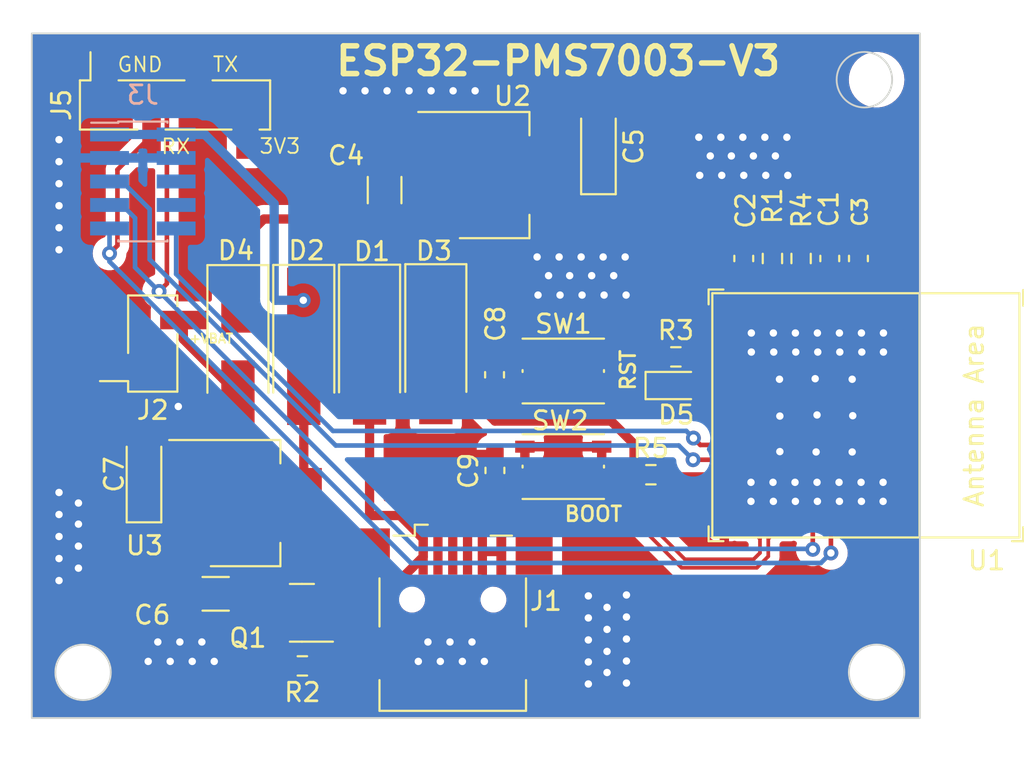
<source format=kicad_pcb>
(kicad_pcb (version 20221018) (generator pcbnew)
  (layers (0 "F.Cu" signal) (31 "B.Cu" signal) (36 "B.SilkS" user "B.Silkscreen") (37 "F.SilkS" user "F.Silkscreen") (38 "B.Mask" user) (39 "F.Mask" user) (44 "Edge.Cuts" user))
  (net 0 "")
  (net 1 "+3V3")
  (net 2 "GND")
  (net 3 "+5V")
  (net 4 "Net-(D5-K)")
  (net 9 "Net-(U1-GPIO2{slash}ADC1_CH2)")
  (net 10 "Net-(U1-GPIO8)")
  (net 29 "PMS_RST")
  (net 30 "PMS_TX")
  (net 31 "PMS_RX")
  (net 32 "PMS_SET")
  (net 33 "/USB_D+")
  (net 34 "/USB_D-")
  (net 35 "VBUS")
  (net 37 "EN_DLY")
  (net 38 "/3v3RI")
  (net 39 "/5vRI")
  (net 40 "/5vRO")
  (net 41 "+BATT")
  (net 42 "TEST_LED")
  (net 43 "BOOTSEL")
  (footprint "Capacitor_SMD:C_0603_1608Metric_Pad1.08x0.95mm_HandSolder" (layer "F.Cu") (at 134.678 72.1625 90)
    (fp_text reference "C3" (at 2.5146 0.0762 270) (layer "F.SilkS") (effects (font (size 0.8 0.8))))
    (fp_text value "0.1u")
    (pad "1" smd roundrect (at -0.8625 0 90) (size 1.075 0.95) (layers "F.Cu" "F.Paste" "F.Mask") (net 1 "+3V3"))
    (pad "2" smd roundrect (at 0.8625 0 90) (size 1.075 0.95) (layers "F.Cu" "F.Paste" "F.Mask") (net 2 "GND"))
  )
  (footprint "Capacitor_SMD:C_1206_3216Metric_Pad1.33x1.80mm_HandSolder" (layer "F.Cu") (at 99.93705 90.2867)
    (fp_text reference "C6" (at -3.429 1.143) (layer "F.SilkS"))
    (fp_text value "10u")
    (pad "1" smd roundrect (at -1.5625 0) (size 1.325 1.8) (layers "F.Cu" "F.Paste" "F.Mask") (roundrect_rratio 0.1886792453) (net 39 "/5vRI"))
    (pad "2" smd roundrect (at 1.5625 0) (size 1.325 1.8) (layers "F.Cu" "F.Paste" "F.Mask") (roundrect_rratio 0.1886792453) (net 2 "GND"))
  )
  (footprint "Connector_USB:USB_Mini-B_Wuerth_65100516121_Horizontal" (layer "F.Cu") (at 112.7506 90.6018)
    (fp_text reference "J1" (at 5.035 0.0806) (layer "F.SilkS"))
    (fp_text value "USB_B_Micro")
    (pad "" np_thru_hole circle (at -2.2 0) (size 0.9 0.9) (drill 0.9) (layers "*.Cu" "*.Mask"))
    (pad "" np_thru_hole circle (at 2.2 0) (size 0.9 0.9) (drill 0.9) (layers "*.Cu" "*.Mask"))
    (pad "1" smd rect (at -1.6 -2.6) (size 0.5 2.5) (layers "F.Cu" "F.Paste" "F.Mask") (net 35 "VBUS"))
    (pad "2" smd rect (at -0.8 -2.6) (size 0.5 2.5) (layers "F.Cu" "F.Paste" "F.Mask") (net 34 "/USB_D-"))
    (pad "3" smd rect (at 0 -2.6) (size 0.5 2.5) (layers "F.Cu" "F.Paste" "F.Mask") (net 33 "/USB_D+"))
    (pad "4" smd rect (at 0.8 -2.6) (size 0.5 2.5) (layers "F.Cu" "F.Paste" "F.Mask"))
    (pad "5" smd rect (at 1.6 -2.6) (size 0.5 2.5) (layers "F.Cu" "F.Paste" "F.Mask") (net 2 "GND"))
    (pad "6" smd rect (at -4.4 -2.6) (size 2 2.5) (layers "F.Cu" "F.Paste" "F.Mask"))
    (pad "6" smd rect (at -4.4 2.9) (size 2 2.5) (layers "F.Cu" "F.Paste" "F.Mask"))
    (pad "6" smd rect (at 4.4 -2.6) (size 2 2.5) (layers "F.Cu" "F.Paste" "F.Mask"))
    (pad "6" smd rect (at 4.4 2.9) (size 2 2.5) (layers "F.Cu" "F.Paste" "F.Mask"))
  )
  (footprint "Capacitor_SMD:C_1206_3216Metric_Pad1.33x1.80mm_HandSolder" (layer "F.Cu") (at 109.0676 68.4661 90)
    (fp_text reference "C4" (at 1.8673 -2.0828 180) (layer "F.SilkS"))
    (fp_text value "10u")
    (pad "1" smd roundrect (at -1.5625 0 90) (size 1.325 1.8) (layers "F.Cu" "F.Paste" "F.Mask") (roundrect_rratio 0.1886792453) (net 38 "/3v3RI"))
    (pad "2" smd roundrect (at 1.5625 0 90) (size 1.325 1.8) (layers "F.Cu" "F.Paste" "F.Mask") (roundrect_rratio 0.1886792453) (net 2 "GND"))
  )
  (footprint "Resistor_SMD:R_0603_1608Metric_Pad0.98x0.95mm_HandSolder" (layer "F.Cu") (at 124.8096 77.48)
    (fp_text reference "R3" (at 0 -1.43) (layer "F.SilkS"))
    (fp_text value "220")
    (pad "1" smd roundrect locked (at -0.9125 0) (size 0.975 0.95) (layers "F.Cu" "F.Paste" "F.Mask") (net 4 "Net-(D5-K)"))
    (pad "2" smd roundrect locked (at 0.9125 0) (size 0.975 0.95) (layers "F.Cu" "F.Paste" "F.Mask") (net 2 "GND"))
  )
  (footprint "Capacitor_Tantalum_SMD:CP_EIA-3216-18_Kemet-A_Pad1.58x1.35mm_HandSolder" (layer "F.Cu") (at 120.6246 66.2027 90)
    (fp_text reference "C5" (at 0.0865 1.905 90) (layer "F.SilkS"))
    (fp_text value "10u")
    (pad "1" smd roundrect (at -1.4375 0 90) (size 1.575 1.35) (layers "F.Cu" "F.Paste" "F.Mask") (roundrect_rratio 0.1851851852) (net 1 "+3V3"))
    (pad "2" smd roundrect (at 1.4375 0 90) (size 1.575 1.35) (layers "F.Cu" "F.Paste" "F.Mask") (roundrect_rratio 0.1851851852) (net 2 "GND"))
  )
  (footprint "Resistor_SMD:R_0603_1608Metric_Pad0.98x0.95mm_HandSolder" (layer "F.Cu") (at 131.578664 72.1625 -90)
    (fp_text reference "R4" (at -2.6143 -0.0254 90) (layer "F.SilkS"))
    (fp_text value "10k")
    (pad "1" smd roundrect (at -0.9125 0 270) (size 0.975 0.95) (layers "F.Cu" "F.Paste" "F.Mask") (net 1 "+3V3"))
    (pad "2" smd roundrect (at 0.9125 0 270) (size 0.975 0.95) (layers "F.Cu" "F.Paste" "F.Mask") (net 9 "Net-(U1-GPIO2{slash}ADC1_CH2)"))
  )
  (footprint "Button_Switch_SMD:SW_Push_1P1T_NO_Vertical_Wuerth_434133025816" (layer "F.Cu") (at 118.725 83.41)
    (fp_text reference "SW2" (at -0.17 -2.48 180) (layer "F.SilkS"))
    (fp_text value "BOOTSEL")
    (pad "1" smd rect (at -2.075 -1.075) (size 1.05 0.65) (layers "F.Cu" "F.Paste" "F.Mask") (net 2 "GND"))
    (pad "1" smd rect (at 2.075 -1.075) (size 1.05 0.65) (layers "F.Cu" "F.Paste" "F.Mask") (net 2 "GND"))
    (pad "2" smd rect (at -2.075 1.075) (size 1.05 0.65) (layers "F.Cu" "F.Paste" "F.Mask") (net 43 "BOOTSEL"))
    (pad "2" smd rect (at 2.05 1.075) (size 1.05 0.65) (layers "F.Cu" "F.Paste" "F.Mask") (net 43 "BOOTSEL"))
  )
  (footprint "Capacitor_Tantalum_SMD:CP_EIA-3216-18_Kemet-A_Pad1.58x1.35mm_HandSolder" (layer "F.Cu") (at 96.0628 83.9367 90)
    (fp_text reference "C7" (at 0.1016 -1.61215 90) (layer "F.SilkS"))
    (fp_text value "10u")
    (pad "1" smd roundrect (at -1.4375 0 90) (size 1.575 1.35) (layers "F.Cu" "F.Paste" "F.Mask") (roundrect_rratio 0.1851851852) (net 40 "/5vRO"))
    (pad "2" smd roundrect (at 1.4375 0 90) (size 1.575 1.35) (layers "F.Cu" "F.Paste" "F.Mask") (roundrect_rratio 0.1851851852) (net 2 "GND"))
  )
  (footprint "Diode_SMD:D_SMA_Handsoldering" (layer "F.Cu") (at 108.2548 76.8966 -90)
    (fp_text reference "D1" (at -5.1162 -0.127 180) (layer "F.SilkS"))
    (fp_text value "SS14")
    (pad "1" smd rect (at -2.5 0 270) (size 3.5 1.8) (layers "F.Cu" "F.Paste" "F.Mask") (net 3 "+5V"))
    (pad "2" smd rect (at 2.5 0 270) (size 3.5 1.8) (layers "F.Cu" "F.Paste" "F.Mask") (net 35 "VBUS"))
  )
  (footprint "Diode_SMD:D_SMA_Handsoldering" (layer "F.Cu") (at 101.14 76.92 -90)
    (fp_text reference "D4" (at -5.19 0.11 -180) (layer "F.SilkS"))
    (fp_text value "SS14")
    (pad "1" smd rect (at -2.5 0 270) (size 3.5 1.8) (layers "F.Cu" "F.Paste" "F.Mask") (net 38 "/3v3RI"))
    (pad "2" smd rect (at 2.5 0 270) (size 3.5 1.8) (layers "F.Cu" "F.Paste" "F.Mask") (net 41 "+BATT"))
  )
  (footprint "Connector_PinHeader_2.54mm:PinHeader_1x02_P2.54mm_Vertical_SMD_Pin1Right" (layer "F.Cu") (at 96.535 76.76 180)
    (fp_text reference "J2" (at 0 -3.6 180) (layer "F.SilkS"))
    (fp_text value "BATT")
    (pad "1" smd rect (at 1.655 -1.27 180) (size 2.51 1) (layers "F.Cu" "F.Paste" "F.Mask") (net 2 "GND"))
    (pad "2" smd rect (at -1.655 1.27 180) (size 2.51 1) (layers "F.Cu" "F.Paste" "F.Mask") (net 41 "+BATT"))
  )
  (footprint "Capacitor_SMD:C_0603_1608Metric_Pad1.08x0.95mm_HandSolder" (layer "F.Cu") (at 115.03 83.6175 -90)
    (fp_text reference "C9" (at 0.0275 1.43 90) (layer "F.SilkS"))
    (fp_text value "10u")
    (pad "1" smd roundrect (at -0.8625 0 270) (size 1.075 0.95) (layers "F.Cu" "F.Paste" "F.Mask") (net 2 "GND"))
    (pad "2" smd roundrect (at 0.8625 0 270) (size 1.075 0.95) (layers "F.Cu" "F.Paste" "F.Mask") (net 43 "BOOTSEL"))
  )
  (footprint "Button_Switch_SMD:SW_Push_1P1T_NO_Vertical_Wuerth_434133025816" (layer "F.Cu") (at 118.725 78.245)
    (fp_text reference "SW1" (at 0.005 -2.545 180) (layer "F.SilkS"))
    (fp_text value "RESET")
    (pad "1" smd rect (at -2.075 -1.075) (size 1.05 0.65) (layers "F.Cu" "F.Paste" "F.Mask") (net 2 "GND"))
    (pad "1" smd rect (at 2.075 -1.075) (size 1.05 0.65) (layers "F.Cu" "F.Paste" "F.Mask") (net 2 "GND"))
    (pad "2" smd rect (at -2.075 1.075) (size 1.05 0.65) (layers "F.Cu" "F.Paste" "F.Mask") (net 37 "EN_DLY"))
    (pad "2" smd rect (at 2.05 1.075) (size 1.05 0.65) (layers "F.Cu" "F.Paste" "F.Mask") (net 37 "EN_DLY"))
  )
  (footprint "Package_TO_SOT_SMD:SOT-23" (layer "F.Cu") (at 104.5972 91.313 180)
    (fp_text reference "Q1" (at 2.9233 -1.3614) (layer "F.SilkS"))
    (fp_text value "AO3401A")
    (pad "1" smd roundrect (at -0.9375 -0.95 180) (size 1.475 0.6) (layers "F.Cu" "F.Paste" "F.Mask") (net 35 "VBUS"))
    (pad "2" smd roundrect (at -0.9375 0.95 180) (size 1.475 0.6) (layers "F.Cu" "F.Paste" "F.Mask") (net 41 "+BATT"))
    (pad "3" smd roundrect (at 0.9375 0 180) (size 1.475 0.6) (layers "F.Cu" "F.Paste" "F.Mask") (net 39 "/5vRI"))
  )
  (footprint "Resistor_SMD:R_0603_1608Metric_Pad0.98x0.95mm_HandSolder" (layer "F.Cu") (at 123.46 83.85)
    (fp_text reference "R5" (at 0 -1.43) (layer "F.SilkS"))
    (fp_text value "10k")
    (pad "1" smd roundrect (at -0.9125 0) (size 0.975 0.95) (layers "F.Cu" "F.Paste" "F.Mask") (net 1 "+3V3"))
    (pad "2" smd roundrect (at 0.9125 0) (size 0.975 0.95) (layers "F.Cu" "F.Paste" "F.Mask") (net 10 "Net-(U1-GPIO8)"))
  )
  (footprint "Capacitor_SMD:C_0603_1608Metric_Pad1.08x0.95mm_HandSolder" (layer "F.Cu") (at 128.479332 72.1625 90)
    (fp_text reference "C2" (at 2.5908 0.1016 90) (layer "F.SilkS"))
    (fp_text value "1u")
    (pad "1" smd roundrect (at -0.8625 0 90) (size 1.075 0.95) (layers "F.Cu" "F.Paste" "F.Mask") (net 37 "EN_DLY"))
    (pad "2" smd roundrect (at 0.8625 0 90) (size 1.075 0.95) (layers "F.Cu" "F.Paste" "F.Mask") (net 2 "GND"))
  )
  (footprint "Diode_SMD:D_SMA_Handsoldering" (layer "F.Cu") (at 111.8362 76.8712 -90)
    (fp_text reference "D3" (at -5.1162 0.1016 180) (layer "F.SilkS"))
    (fp_text value "SS14")
    (pad "1" smd rect (at -2.5 0 270) (size 3.5 1.8) (layers "F.Cu" "F.Paste" "F.Mask") (net 38 "/3v3RI"))
    (pad "2" smd rect (at 2.5 0 270) (size 3.5 1.8) (layers "F.Cu" "F.Paste" "F.Mask") (net 35 "VBUS"))
  )
  (footprint "Diode_SMD:D_SMA_Handsoldering" (layer "F.Cu") (at 104.6988 76.9112 -90)
    (fp_text reference "D2" (at -5.1816 -0.1524 180) (layer "F.SilkS"))
    (fp_text value "SS14")
    (pad "1" smd rect (at -2.5 0 270) (size 3.5 1.8) (layers "F.Cu" "F.Paste" "F.Mask") (net 3 "+5V"))
    (pad "2" smd rect (at 2.5 0 270) (size 3.5 1.8) (layers "F.Cu" "F.Paste" "F.Mask") (net 40 "/5vRO"))
  )
  (footprint "Resistor_SMD:R_0603_1608Metric_Pad0.98x0.95mm_HandSolder" (layer "F.Cu") (at 130.028998 72.1625 -90)
    (fp_text reference "R1" (at -2.8437 0 90) (layer "F.SilkS"))
    (fp_text value "10k")
    (pad "1" smd roundrect (at -0.9125 0 270) (size 0.975 0.95) (layers "F.Cu" "F.Paste" "F.Mask") (net 1 "+3V3"))
    (pad "2" smd roundrect (at 0.9125 0 270) (size 0.975 0.95) (layers "F.Cu" "F.Paste" "F.Mask") (net 37 "EN_DLY"))
  )
  (footprint "Capacitor_SMD:C_0603_1608Metric_Pad1.08x0.95mm_HandSolder" (layer "F.Cu") (at 115.01 78.4475 -90)
    (fp_text reference "C8" (at -2.7525 -0.05 90) (layer "F.SilkS"))
    (fp_text value "10u")
    (pad "1" smd roundrect (at -0.8625 0 270) (size 1.075 0.95) (layers "F.Cu" "F.Paste" "F.Mask") (net 2 "GND"))
    (pad "2" smd roundrect (at 0.8625 0 270) (size 1.075 0.95) (layers "F.Cu" "F.Paste" "F.Mask") (net 37 "EN_DLY"))
  )
  (footprint "Capacitor_SMD:C_0603_1608Metric_Pad1.08x0.95mm_HandSolder" (layer "F.Cu") (at 133.12833 72.1625 90)
    (fp_text reference "C1" (at 2.6659 -0.0508 90) (layer "F.SilkS"))
    (fp_text value "10u")
    (pad "1" smd roundrect (at -0.8625 0 90) (size 1.075 0.95) (layers "F.Cu" "F.Paste" "F.Mask") (net 1 "+3V3"))
    (pad "2" smd roundrect (at 0.8625 0 90) (size 1.075 0.95) (layers "F.Cu" "F.Paste" "F.Mask") (net 2 "GND"))
  )
  (footprint "Espressif:ESP32-C3-MINI-1" (layer "F.Cu") (at 135.08 80.64 -90)
    (fp_text reference "U1" (at 7.8486 -6.5278) (layer "F.SilkS"))
    (fp_text value "ESP32-C3-MINI-1")
    (fp_text user "Antenna Area" (at 0 -5.85 90) (layer "F.SilkS"))
    (pad "1" smd rect locked (at -5.9 -1.3) (size 0.4 0.8) (layers "F.Cu" "F.Paste" "F.Mask") (net 2 "GND"))
    (pad "2" smd rect locked (at -5.9 -0.5) (size 0.4 0.8) (layers "F.Cu" "F.Paste" "F.Mask") (net 2 "GND"))
    (pad "3" smd rect locked (at -5.9 0.3) (size 0.4 0.8) (layers "F.Cu" "F.Paste" "F.Mask") (net 1 "+3V3"))
    (pad "4" smd rect locked (at -5.9 1.1) (size 0.4 0.8) (layers "F.Cu" "F.Paste" "F.Mask"))
    (pad "5" smd rect locked (at -5.9 1.9) (size 0.4 0.8) (layers "F.Cu" "F.Paste" "F.Mask") (net 9 "Net-(U1-GPIO2{slash}ADC1_CH2)"))
    (pad "6" smd rect locked (at -5.9 2.7) (size 0.4 0.8) (layers "F.Cu" "F.Paste" "F.Mask"))
    (pad "7" smd rect locked (at -5.9 3.5) (size 0.4 0.8) (layers "F.Cu" "F.Paste" "F.Mask"))
    (pad "8" smd rect locked (at -5.9 4.3) (size 0.4 0.8) (layers "F.Cu" "F.Paste" "F.Mask") (net 37 "EN_DLY"))
    (pad "9" smd rect locked (at -5.9 5.1) (size 0.4 0.8) (layers "F.Cu" "F.Paste" "F.Mask"))
    (pad "10" smd rect locked (at -5.9 5.9) (size 0.4 0.8) (layers "F.Cu" "F.Paste" "F.Mask"))
    (pad "11" smd rect locked (at -5.9 6.7) (size 0.4 0.8) (layers "F.Cu" "F.Paste" "F.Mask"))
    (pad "12" smd rect locked (at -4.8 7.6 270) (size 0.4 0.8) (layers "F.Cu" "F.Paste" "F.Mask"))
    (pad "13" smd rect locked (at -4 7.6 270) (size 0.4 0.8) (layers "F.Cu" "F.Paste" "F.Mask"))
    (pad "14" smd rect locked (at -3.2 7.6 270) (size 0.4 0.8) (layers "F.Cu" "F.Paste" "F.Mask"))
    (pad "15" smd rect locked (at -2.4 7.6 270) (size 0.4 0.8) (layers "F.Cu" "F.Paste" "F.Mask"))
    (pad "16" smd rect locked (at -1.6 7.6 270) (size 0.4 0.8) (layers "F.Cu" "F.Paste" "F.Mask") (net 42 "TEST_LED"))
    (pad "17" smd rect locked (at -0.8 7.6 270) (size 0.4 0.8) (layers "F.Cu" "F.Paste" "F.Mask"))
    (pad "18" smd rect locked (at 0 7.6 270) (size 0.4 0.8) (layers "F.Cu" "F.Paste" "F.Mask"))
    (pad "19" smd rect locked (at 0.8 7.6 270) (size 0.4 0.8) (layers "F.Cu" "F.Paste" "F.Mask"))
    (pad "20" smd rect locked (at 1.6 7.6 270) (size 0.4 0.8) (layers "F.Cu" "F.Paste" "F.Mask") (net 32 "PMS_SET"))
    (pad "21" smd rect locked (at 2.4 7.6 270) (size 0.4 0.8) (layers "F.Cu" "F.Paste" "F.Mask") (net 29 "PMS_RST"))
    (pad "22" smd rect locked (at 3.2 7.6 270) (size 0.4 0.8) (layers "F.Cu" "F.Paste" "F.Mask") (net 10 "Net-(U1-GPIO8)"))
    (pad "23" smd rect locked (at 4 7.6 270) (size 0.4 0.8) (layers "F.Cu" "F.Paste" "F.Mask") (net 43 "BOOTSEL"))
    (pad "24" smd rect locked (at 4.8 7.6 270) (size 0.4 0.8) (layers "F.Cu" "F.Paste" "F.Mask"))
    (pad "25" smd rect locked (at 5.9 6.7) (size 0.4 0.8) (layers "F.Cu" "F.Paste" "F.Mask"))
    (pad "26" smd rect locked (at 5.9 5.9) (size 0.4 0.8) (layers "F.Cu" "F.Paste" "F.Mask") (net 34 "/USB_D-"))
    (pad "27" smd rect locked (at 5.9 5.1) (size 0.4 0.8) (layers "F.Cu" "F.Paste" "F.Mask") (net 33 "/USB_D+"))
    (pad "28" smd rect locked (at 5.9 4.3) (size 0.4 0.8) (layers "F.Cu" "F.Paste" "F.Mask"))
    (pad "29" smd rect locked (at 5.9 3.5) (size 0.4 0.8) (layers "F.Cu" "F.Paste" "F.Mask"))
    (pad "30" smd rect locked (at 5.9 2.7) (size 0.4 0.8) (layers "F.Cu" "F.Paste" "F.Mask") (net 30 "PMS_TX"))
    (pad "31" smd rect locked (at 5.9 1.9) (size 0.4 0.8) (layers "F.Cu" "F.Paste" "F.Mask") (net 31 "PMS_RX"))
    (pad "32" smd rect locked (at 5.9 1.1) (size 0.4 0.8) (layers "F.Cu" "F.Paste" "F.Mask"))
    (pad "33" smd rect locked (at 5.9 0.3) (size 0.4 0.8) (layers "F.Cu" "F.Paste" "F.Mask"))
    (pad "34" smd rect locked (at 5.9 -0.5) (size 0.4 0.8) (layers "F.Cu" "F.Paste" "F.Mask"))
    (pad "35" smd rect locked (at 5.9 -1.3) (size 0.4 0.8) (layers "F.Cu" "F.Paste" "F.Mask"))
    (pad "36" smd rect locked (at 4.8 -2.2 270) (size 0.4 0.8) (layers "F.Cu" "F.Paste" "F.Mask") (net 2 "GND"))
    (pad "37" smd rect locked (at 4 -2.2 270) (size 0.4 0.8) (layers "F.Cu" "F.Paste" "F.Mask") (net 2 "GND"))
    (pad "38" smd rect locked (at 3.2 -2.2 270) (size 0.4 0.8) (layers "F.Cu" "F.Paste" "F.Mask") (net 2 "GND"))
    (pad "39" smd rect locked (at 2.4 -2.2 270) (size 0.4 0.8) (layers "F.Cu" "F.Paste" "F.Mask") (net 2 "GND"))
    (pad "40" smd rect locked (at 1.6 -2.2 270) (size 0.4 0.8) (layers "F.Cu" "F.Paste" "F.Mask") (net 2 "GND"))
    (pad "41" smd rect locked (at 0.8 -2.2 270) (size 0.4 0.8) (layers "F.Cu" "F.Paste" "F.Mask") (net 2 "GND"))
    (pad "42" smd rect locked (at 0 -2.2 270) (size 0.4 0.8) (layers "F.Cu" "F.Paste" "F.Mask") (net 2 "GND"))
    (pad "43" smd rect locked (at -0.8 -2.2 270) (size 0.4 0.8) (layers "F.Cu" "F.Paste" "F.Mask") (net 2 "GND"))
    (pad "44" smd rect locked (at -1.6 -2.2 270) (size 0.4 0.8) (layers "F.Cu" "F.Paste" "F.Mask") (net 2 "GND"))
    (pad "45" smd rect locked (at -2.4 -2.2 270) (size 0.4 0.8) (layers "F.Cu" "F.Paste" "F.Mask") (net 2 "GND"))
    (pad "46" smd rect locked (at -3.2 -2.2 270) (size 0.4 0.8) (layers "F.Cu" "F.Paste" "F.Mask") (net 2 "GND"))
    (pad "47" smd rect locked (at -4 -2.2 270) (size 0.4 0.8) (layers "F.Cu" "F.Paste" "F.Mask") (net 2 "GND"))
    (pad "48" smd rect locked (at -4.8 -2.2 270) (size 0.4 0.8) (layers "F.Cu" "F.Paste" "F.Mask") (net 2 "GND"))
    (pad "49" smd custom locked (at -1.975 0.725 270) (size 0.8 0.8) (layers "F.Cu" "F.Paste" "F.Mask") (net 2 "GND") (options (clearance outline) (anchor rect)) (primitives (gr_poly (pts (xy 0.725 0.725) (xy -0.725 0.725) (xy -0.725 -0.125) (xy -0.125 -0.725) (xy 0.725 -0.725)) (width 0) (fill yes))))
    (pad "49" smd rect locked (at -1.975 2.7) (size 1.45 1.45) (layers "F.Cu" "F.Paste" "F.Mask") (net 2 "GND"))
    (pad "49" smd rect locked (at -1.975 4.675) (size 1.45 1.45) (layers "F.Cu" "F.Paste" "F.Mask") (net 2 "GND"))
    (pad "49" smd rect locked (at 0 0.725) (size 1.45 1.45) (layers "F.Cu" "F.Paste" "F.Mask") (net 2 "GND"))
    (pad "49" smd rect locked (at 0 2.7) (size 1.45 1.45) (layers "F.Cu" "F.Paste" "F.Mask") (net 2 "GND"))
    (pad "49" smd rect locked (at 0 4.675) (size 1.45 1.45) (layers "F.Cu" "F.Paste" "F.Mask") (net 2 "GND"))
    (pad "49" smd rect locked (at 1.975 0.725) (size 1.45 1.45) (layers "F.Cu" "F.Paste" "F.Mask") (net 2 "GND"))
    (pad "49" smd rect locked (at 1.975 2.7) (size 1.45 1.45) (layers "F.Cu" "F.Paste" "F.Mask") (net 2 "GND"))
    (pad "49" smd rect locked (at 1.975 4.675) (size 1.45 1.45) (layers "F.Cu" "F.Paste" "F.Mask") (net 2 "GND"))
    (pad "50" smd rect locked (at 5.95 -2.25) (size 0.7 0.7) (layers "F.Cu" "F.Paste" "F.Mask") (net 2 "GND"))
    (pad "51" smd rect locked (at 5.95 7.65) (size 0.7 0.7) (layers "F.Cu" "F.Paste" "F.Mask") (net 2 "GND"))
    (pad "52" smd rect locked (at -5.95 7.65) (size 0.7 0.7) (layers "F.Cu" "F.Paste" "F.Mask") (net 2 "GND"))
    (pad "53" smd rect locked (at -5.95 -2.25) (size 0.7 0.7) (layers "F.Cu" "F.Paste" "F.Mask") (net 2 "GND"))
  )
  (footprint "LED_SMD:LED_0603_1608Metric_Pad1.05x0.95mm_HandSolder" (layer "F.Cu") (at 124.8321 79.0294)
    (fp_text reference "D5" (at -0.0021 1.5906) (layer "F.SilkS"))
    (fp_text value "GPIO10")
    (pad "1" smd roundrect locked (at -0.875 0) (size 1.05 0.95) (layers "F.Cu" "F.Paste" "F.Mask") (net 4 "Net-(D5-K)"))
    (pad "2" smd roundrect locked (at 0.875 0) (size 1.05 0.95) (layers "F.Cu" "F.Paste" "F.Mask") (net 42 "TEST_LED"))
  )
  (footprint "Package_TO_SOT_SMD:SOT-223-3_TabPin2" (layer "F.Cu") (at 101.52455 85.3845)
    (fp_text reference "U3" (at -5.4356 2.2963) (layer "F.SilkS"))
    (fp_text value "AMS1117-5.0")
    (pad "1" smd rect (at -3.15 -2.3) (size 2 1.5) (layers "F.Cu" "F.Paste" "F.Mask") (net 2 "GND"))
    (pad "2" smd rect (at -3.15 0) (size 2 1.5) (layers "F.Cu" "F.Paste" "F.Mask") (net 40 "/5vRO"))
    (pad "2" smd rect (at 3.15 0) (size 2 3.8) (layers "F.Cu" "F.Paste" "F.Mask") (net 40 "/5vRO"))
    (pad "3" smd rect (at -3.15 2.3) (size 2 1.5) (layers "F.Cu" "F.Paste" "F.Mask") (net 39 "/5vRI"))
  )
  (footprint "Resistor_SMD:R_0603_1608Metric_Pad0.98x0.95mm_HandSolder" (layer "F.Cu") (at 104.6226 94.1832 180)
    (fp_text reference "R2" (at 0 -1.43) (layer "F.SilkS"))
    (fp_text value "10k")
    (pad "1" smd roundrect (at -0.9125 0 180) (size 0.975 0.95) (layers "F.Cu" "F.Paste" "F.Mask") (net 35 "VBUS"))
    (pad "2" smd roundrect (at 0.9125 0 180) (size 0.975 0.95) (layers "F.Cu" "F.Paste" "F.Mask") (net 2 "GND"))
  )
  (footprint "Package_TO_SOT_SMD:SOT-223-3_TabPin2" (layer "F.Cu") (at 114.9862 67.6542)
    (fp_text reference "U2" (at 0.9902 -4.2672) (layer "F.SilkS"))
    (fp_text value "AMS1117-3.3")
    (pad "1" smd rect (at -3.15 -2.3) (size 2 1.5) (layers "F.Cu" "F.Paste" "F.Mask") (net 2 "GND"))
    (pad "2" smd rect (at -3.15 0) (size 2 1.5) (layers "F.Cu" "F.Paste" "F.Mask") (net 1 "+3V3"))
    (pad "2" smd rect (at 3.15 0) (size 2 3.8) (layers "F.Cu" "F.Paste" "F.Mask") (net 1 "+3V3"))
    (pad "3" smd rect (at -3.15 2.3) (size 2 1.5) (layers "F.Cu" "F.Paste" "F.Mask") (net 38 "/3v3RI"))
  )
  (footprint "Connector_PinHeader_2.54mm:PinHeader_1x04_P2.54mm_Vertical_SMD_Pin1Right" (layer "F.Cu") (at 97.74 63.865 90)
    (fp_text reference "J5" (at 0 -6.14 90) (layer "F.SilkS"))
    (fp_text value "UART")
    (pad "1" smd rect (at 1.655 -3.81 90) (size 2.51 1) (layers "F.Cu" "F.Paste" "F.Mask") (net 2 "GND"))
    (pad "2" smd rect (at -1.655 -1.27 90) (size 2.51 1) (layers "F.Cu" "F.Paste" "F.Mask") (net 31 "PMS_RX"))
    (pad "3" smd rect (at 1.655 1.27 90) (size 2.51 1) (layers "F.Cu" "F.Paste" "F.Mask") (net 30 "PMS_TX"))
    (pad "4" smd rect (at -1.655 3.81 90) (size 2.51 1) (layers "F.Cu" "F.Paste" "F.Mask") (net 1 "+3V3"))
  )
  (footprint "Connector_PinSocket_1.27mm:PinSocket_2x05_P1.27mm_Vertical_SMD" (layer "B.Cu") (at 96 68 180)
    (fp_text reference "J3" (at 0 4.675) (layer "B.SilkS") (effects (justify mirror)))
    (fp_text value "PMS7003 Connector")
    (pad "1" smd rect locked (at 1.8 2.54 180) (size 2.1 0.75) (layers "B.Cu" "B.Paste" "B.Mask") (net 3 "+5V"))
    (pad "2" smd rect locked (at -1.8 2.54 180) (size 2.1 0.75) (layers "B.Cu" "B.Paste" "B.Mask") (net 3 "+5V"))
    (pad "3" smd rect locked (at 1.8 1.27 180) (size 2.1 0.75) (layers "B.Cu" "B.Paste" "B.Mask") (net 2 "GND"))
    (pad "4" smd rect locked (at -1.8 1.27 180) (size 2.1 0.75) (layers "B.Cu" "B.Paste" "B.Mask") (net 2 "GND"))
    (pad "5" smd rect locked (at 1.8 0 180) (size 2.1 0.75) (layers "B.Cu" "B.Paste" "B.Mask") (net 29 "PMS_RST"))
    (pad "6" smd rect locked (at -1.8 0 180) (size 2.1 0.75) (layers "B.Cu" "B.Paste" "B.Mask"))
    (pad "7" smd rect locked (at 1.8 -1.27 180) (size 2.1 0.75) (layers "B.Cu" "B.Paste" "B.Mask") (net 30 "PMS_TX"))
    (pad "8" smd rect locked (at -1.8 -1.27 180) (size 2.1 0.75) (layers "B.Cu" "B.Paste" "B.Mask"))
    (pad "9" smd rect locked (at 1.8 -2.54 180) (size 2.1 0.75) (layers "B.Cu" "B.Paste" "B.Mask") (net 31 "PMS_RX"))
    (pad "10" smd rect locked (at -1.8 -2.54 180) (size 2.1 0.75) (layers "B.Cu" "B.Paste" "B.Mask") (net 32 "PMS_SET"))
  )
  (gr_rect locked (start 90 60) (end 138 97) (stroke (width 0.1)) (fill none) (layer "Edge.Cuts"))
  (gr_circle (center 135 62.5) (end 136.5 62.5) (stroke (width 0.1)) (fill none) (layer "Edge.Cuts"))
  (gr_circle (center 135.66 94.53) (end 137.16 94.53) (stroke (width 0.1)) (fill none) (layer "Edge.Cuts"))
  (gr_circle (center 92.77 94.53) (end 94.27 94.53) (stroke (width 0.1)) (fill none) (layer "Edge.Cuts"))
  (gr_text "ESP32-PMS7003-V3" (at 118.45 61.49) (layer "F.SilkS") (effects (font (size 1.5 1.5) (thickness 0.3))))
  (gr_text "RX" (at 97.78 66.11) (layer "F.SilkS") (effects (font (size 0.8 0.8) (thickness 0.1))))
  (gr_text "RST" (at 122.69 79.38 90) (layer "F.SilkS") (effects (font (size 0.8 0.8)) (justify left bottom)))
  (gr_text "3V3" (at 103.41 66.09) (layer "F.SilkS") (effects (font (size 0.8 0.8) (thickness 0.1))))
  (gr_text "GND" (at 95.85 61.68) (layer "F.SilkS") (effects (font (size 0.8 0.8) (thickness 0.1))))
  (gr_text "BOOT" (at 118.71 86.44) (layer "F.SilkS") (effects (font (size 0.8 0.8)) (justify left bottom)))
  (gr_text "TX	" (at 101.29 61.67) (layer "F.SilkS") (effects (font (size 0.8 0.8) (thickness 0.1))))
  (gr_text "+VBAT" (at 99.69 76.49) (layer "F.SilkS") (effects (font (size 0.5 0.5) (thickness 0.1))))
  (segment (start 101.55 65.52) (end 105.54895 65.52) (width 0.5) (layer "F.Cu") (net 1))
  (segment (start 108.44895 68.42) (end 111.0704 68.42) (width 0.5) (layer "F.Cu") (net 1))
  (segment (start 131.5268 71.2258) (end 131.5268 71.4006) (width 0.5) (layer "F.Cu") (net 1))
  (segment (start 134.678 73.025) (end 134.678 74.638) (width 0.5) (layer "F.Cu") (net 1))
  (segment (start 122.5475 82.1875) (end 122.5475 83.85) (width 0.5) (layer "F.Cu") (net 1))
  (segment (start 131.5014 71.2512) (end 131.5268 71.2258) (width 0.5) (layer "F.Cu") (net 1))
  (segment (start 134.678 74.638) (end 134.78 74.74) (width 0.5) (layer "F.Cu") (net 1))
  (segment (start 120.6106 67.6542) (end 120.6246 67.6402) (width 0.5) (layer "F.Cu") (net 1))
  (segment (start 121.31 80.95) (end 122.5475 82.1875) (width 0.5) (layer "F.Cu") (net 1))
  (segment (start 131.5268 71.4006) (end 133.1524 73.0262) (width 0.5) (layer "F.Cu") (net 1))
  (segment (start 121.6898 67.6402) (end 123.8196 69.77) (width 0.5) (layer "F.Cu") (net 1))
  (segment (start 123.8196 69.77) (end 130.098664 69.77) (width 0.5) (layer "F.Cu") (net 1))
  (segment (start 133.1524 73.0262) (end 134.7018 73.0262) (width 0.5) (layer "F.Cu") (net 1))
  (segment (start 134.7018 73.0262) (end 134.778 72.95) (width 0.5) (layer "F.Cu") (net 1))
  (segment (start 130.098664 69.77) (end 131.578664 71.25) (width 0.5) (layer "F.Cu") (net 1))
  (segment (start 113.73 79.65) (end 115.03 80.95) (width 0.5) (layer "F.Cu") (net 1))
  (segment (start 120.6246 67.6402) (end 121.6898 67.6402) (width 0.5) (layer "F.Cu") (net 1))
  (segment (start 111.0704 68.42) (end 111.8362 67.6542) (width 0.5) (layer "F.Cu") (net 1))
  (segment (start 129.9774 71.2512) (end 131.5014 71.2512) (width 0.5) (layer "F.Cu") (net 1))
  (segment (start 113.2004 67.6542) (end 113.73 68.1838) (width 0.5) (layer "F.Cu") (net 1))
  (segment (start 115.03 80.95) (end 121.31 80.95) (width 0.5) (layer "F.Cu") (net 1))
  (segment (start 113.73 68.1838) (end 113.73 79.65) (width 0.5) (layer "F.Cu") (net 1))
  (segment (start 118.1362 67.6542) (end 120.6106 67.6542) (width 0.5) (layer "F.Cu") (net 1))
  (segment (start 105.54895 65.52) (end 108.44895 68.42) (width 0.5) (layer "F.Cu") (net 1))
  (segment (start 111.8362 67.6542) (end 113.2004 67.6542) (width 0.5) (layer "F.Cu") (net 1))
  (segment (start 127.3048 86.6262) (end 127.3352 86.5958) (width 0.25) (layer "F.Cu") (net 2))
  (via (at 118.55 74.14) (size 0.8) (drill 0.4) (layers "F.Cu" "B.Cu") (net 2))
  (via (at 134.34 82.62) (size 0.8) (drill 0.4) (layers "F.Cu" "B.Cu") (net 2))
  (via (at 110.39 63.1) (size 0.8) (drill 0.4) (layers "F.Cu" "B.Cu") (net 2))
  (via (at 134.84 85.29) (size 0.8) (drill 0.4) (layers "F.Cu" "B.Cu") (net 2))
  (via (at 119.69 72.08) (size 0.8) (drill 0.4) (layers "F.Cu" "B.Cu") (net 2))
  (via (at 131.29 77.22) (size 0.8) (drill 0.4) (layers "F.Cu" "B.Cu") (net 2))
  (via (at 120.08 90.4) (size 0.8) (drill 0.4) (layers "F.Cu" "B.Cu") (net 2))
  (via (at 128.43 65.61) (size 0.8) (drill 0.4) (layers "F.Cu" "B.Cu") (net 2))
  (via (at 92.52 86.52) (size 0.8) (drill 0.4) (layers "F.Cu" "B.Cu") (net 2))
  (via (at 122.12 74.14) (size 0.8) (drill 0.4) (layers "F.Cu" "B.Cu") (net 2))
  (via (at 98.67 93.94) (size 0.8) (drill 0.4) (layers "F.Cu" "B.Cu") (net 2))
  (via (at 121.09 92.21) (size 0.8) (drill 0.4) (layers "F.Cu" "B.Cu") (net 2))
  (via (at 99.86 93.94) (size 0.8) (drill 0.4) (layers "F.Cu" "B.Cu") (net 2))
  (via (at 136.01 85.29) (size 0.8) (drill 0.4) (layers "F.Cu" "B.Cu") (net 2))
  (via (at 134.86 77.22) (size 0.8) (drill 0.4) (layers "F.Cu" "B.Cu") (net 2))
  (via (at 129.62 65.61) (size 0.8) (drill 0.4) (layers "F.Cu" "B.Cu") (net 2))
  (via (at 98 92.89) (size 0.8) (drill 0.4) (layers "F.Cu" "B.Cu") (net 2))
  (via (at 130.19 66.62) (size 0.8) (drill 0.4) (layers "F.Cu" "B.Cu") (net 2))
  (via (at 129.67 67.67) (size 0.8) (drill 0.4) (layers "F.Cu" "B.Cu") (net 2))
  (via (at 136.01 84.26) (size 0.8) (drill 0.4) (layers "F.Cu" "B.Cu") (net 2))
  (via (at 113.79 92.89) (size 0.8) (drill 0.4) (layers "F.Cu" "B.Cu") (net 2))
  (via (at 134.34 78.69) (size 0.8) (drill 0.4) (layers "F.Cu" "B.Cu") (net 2))
  (via (at 91.47 65.74) (size 0.8) (drill 0.4) (layers "F.Cu" "B.Cu") (net 2))
  (via (at 131.25 84.26) (size 0.8) (drill 0.4) (layers "F.Cu" "B.Cu") (net 2))
  (via locked (at 133.65 76.19) (size 0.8) (drill 0.4) (layers "F.Cu" "B.Cu") (net 2))
  (via (at 106.82 63.1) (size 0.8) (drill 0.4) (layers "F.Cu" "B.Cu") (net 2))
  (via (at 111.41 92.89) (size 0.8) (drill 0.4) (layers "F.Cu" "B.Cu") (net 2))
  (via (at 119.74 74.14) (size 0.8) (drill 0.4) (layers "F.Cu" "B.Cu") (net 2))
  (via (at 128.87 85.29) (size 0.8) (drill 0.4) (layers "F.Cu" "B.Cu") (net 2))
  (via (at 132.44 80.62) (size 0.8) (drill 0.4) (layers "F.Cu" "B.Cu") (net 2))
  (via (at 122.14 90.35) (size 0.8) (drill 0.4) (layers "F.Cu" "B.Cu") (net 2))
  (via (at 91.47 86) (size 0.8) (drill 0.4) (layers "F.Cu" "B.Cu") (net 2))
  (via (at 120.08 95.16) (size 0.8) (drill 0.4) (layers "F.Cu" "B.Cu") (net 2))
  (via (at 132.44 84.26) (size 0.8) (drill 0.4) (layers "F.Cu" "B.Cu") (net 2))
  (via (at 91.47 84.81) (size 0.8) (drill 0.4) (layers "F.Cu" "B.Cu") (net 2))
  (via (at 109.2 63.1) (size 0.8) (drill 0.4) (layers "F.Cu" "B.Cu") (net 2))
  (via (at 130.06 84.26) (size 0.8) (drill 0.4) (layers "F.Cu" "B.Cu") (net 2))
  (via (at 108.01 63.1) (size 0.8) (drill 0.4) (layers "F.Cu" "B.Cu") (net 2))
  (via (at 91.47 89.57) (size 0.8) (drill 0.4) (layers "F.Cu" "B.Cu") (net 2))
  (via (at 122.14 91.54) (size 0.8) (drill 0.4) (layers "F.Cu" "B.Cu") (net 2))
  (via (at 130.41 78.69) (size 0.8) (drill 0.4) (layers "F.Cu" "B.Cu") (net 2))
  (via (at 120.08 92.78) (size 0.8) (drill 0.4) (layers "F.Cu" "B.Cu") (net 2))
  (via (at 134.37 80.66) (size 0.8) (drill 0.4) (layers "F.Cu" "B.Cu") (net 2))
  (via (at 91.47 88.38) (size 0.8) (drill 0.4) (layers "F.Cu" "B.Cu") (net 2))
  (via locked (at 128.89 76.19) (size 0.8) (drill 0.4) (layers "F.Cu" "B.Cu") (net 2))
  (via (at 127.29 67.67) (size 0.8) (drill 0.4) (layers "F.Cu" "B.Cu") (net 2))
  (via (at 130.43 80.68) (size 0.8) (drill 0.4) (layers "F.Cu" "B.Cu") (net 2))
  (via (at 122.14 92.73) (size 0.8) (drill 0.4) (layers "F.Cu" "B.Cu") (net 2))
  (via (at 91.47 69.31) (size 0.8) (drill 0.4) (layers "F.Cu" "B.Cu") (net 2))
  (via (at 91.47 70.5) (size 0.8) (drill 0.4) (layers "F.Cu" "B.Cu") (net 2))
  (via (at 117.31 72.08) (size 0.8) (drill 0.4) (layers "F.Cu" "B.Cu") (net 2))
  (via (at 92.52 88.9) (size 0.8) (drill 0.4) (layers "F.Cu" "B.Cu") (net 2))
  (via locked (at 136.03 76.19) (size 0.8) (drill 0.4) (layers "F.Cu" "B.Cu") (net 2))
  (via (at 126.67 66.62) (size 0.8) (drill 0.4) (layers "F.Cu" "B.Cu") (net 2))
  (via (at 128.89 77.22) (size 0.8) (drill 0.4) (layers "F.Cu" "B.Cu") (net 2))
  (via (at 97.917 80.1624) (size 0.8) (drill 0.4) (layers "F.Cu" "B.Cu") (net 2))
  (via (at 130.08 85.29) (size 0.8) (drill 0.4) (layers "F.Cu" "B.Cu") (net 2))
  (via (at 97.48 93.94) (size 0.8) (drill 0.4) (layers "F.Cu" "B.Cu") (net 2))
  (via (at 128.48 67.67) (size 0.8) (drill 0.4) (layers "F.Cu" "B.Cu") (net 2))
  (via (at 112.6 92.89) (size 0.8) (drill 0.4) (layers "F.Cu" "B.Cu") (net 2))
  (via (at 120.08 91.59) (size 0.8) (drill 0.4) (layers "F.Cu" "B.Cu") (net 2))
  (via (at 114.46 93.94) (size 0.8) (drill 0.4) (layers "F.Cu" "B.Cu") (net 2))
  (via (at 133.67 77.22) (size 0.8) (drill 0.4) (layers "F.Cu" "B.Cu") (net 2))
  (via (at 132.48 77.22) (size 0.8) (drill 0.4) (layers "F.Cu" "B.Cu") (net 2))
  (via (at 132.39 82.62) (size 0.8) (drill 0.4) (layers "F.Cu" "B.Cu") (net 2))
  (via (at 99.19 92.89) (size 0.8) (drill 0.4) (layers "F.Cu" "B.Cu") (net 2))
  (via (at 133.65 85.29) (size 0.8) (drill 0.4) (layers "F.Cu" "B.Cu") (net 2))
  (via (at 131.27 85.29) (size 0.8) (drill 0.4) (layers "F.Cu" "B.Cu") (net 2))
  (via (at 128.87 84.26) (size 0.8) (drill 0.4) (layers "F.Cu" "B.Cu") (net 2))
  (via (at 122.14 95.11) (size 0.8) (drill 0.4) (layers "F.Cu" "B.Cu") (net 2))
  (via locked (at 132.46 76.19) (size 0.8) (drill 0.4) (layers "F.Cu" "B.Cu") (net 2))
  (via (at 92.52 85.38) (size 0.8) (drill 0.4) (layers "F.Cu" "B.Cu") (net 2))
  (via (at 92.52 87.71) (size 0.8) (drill 0.4) (layers "F.Cu" "B.Cu") (net 2))
  (via (at 118.5 72.08) (size 0.8) (drill 0.4) (layers "F.Cu" "B.Cu") (net 2))
  (via (at 91.47 66.93) (size 0.8) (drill 0.4) (layers "F.Cu" "B.Cu") (net 2))
  (via (at 111.58 63.1) (size 0.8) (drill 0.4) (layers "F.Cu" "B.Cu") (net 2))
  (via locked (at 130.08 76.19) (size 0.8) (drill 0.4) (layers "F.Cu" "B.Cu") (net 2))
  (via (at 129 66.62) (size 0.8) (drill 0.4) (layers "F.Cu" "B.Cu") (net 2))
  (via (at 110.89 93.94) (size 0.8) (drill 0.4) (layers "F.Cu" "B.Cu") (net 2))
  (via (at 117.36 74.14) (size 0.8) (drill 0.4) (layers "F.Cu" "B.Cu") (net 2))
  (via (at 136.03 77.22) (size 0.8) (drill 0.4) (layers "F.Cu" "B.Cu") (net 2))
  (via (at 96.29 93.94) (size 0.8) (drill 0.4) (layers "F.Cu" "B.Cu") (net 2))
  (via (at 113.27 93.94) (size 0.8) (drill 0.4) (layers "F.Cu" "B.Cu") (net 2))
  (via (at 91.47 71.69) (size 0.8) (drill 0.4) (layers "F.Cu" "B.Cu") (net 2))
  (via (at 96.81 92.89) (size 0.8) (drill 0.4) (layers "F.Cu" "B.Cu") (net 2))
  (via (at 121.09 93.4) (size 0.8) (drill 0.4) (layers "F.Cu" "B.Cu") (net 2))
  (via (at 121.45 73.09) (size 0.8) (drill 0.4) (layers "F.Cu" "B.Cu") (net 2))
  (via (at 121.09 94.54) (size 0.8) (drill 0.4) (layers "F.Cu" "B.Cu") (net 2))
  (via (at 133.63 84.26) (size 0.8) (drill 0.4) (layers "F.Cu" "B.Cu") (net 2))
  (via (at 132.34 78.66) (size 0.8) (drill 0.4) (layers "F.Cu" "B.Cu") (net 2))
  (via (at 112.77 63.1) (size 0.8) (drill 0.4) (layers "F.Cu" "B.Cu") (net 2))
  (via (at 130.1 77.22) (size 0.8) (drill 0.4) (layers "F.Cu" "B.Cu") (net 2))
  (via (at 117.93 73.09) (size 0.8) (drill 0.4) (layers "F.Cu" "B.Cu") (net 2))
  (via locked (at 131.27 76.19) (size 0.8) (drill 0.4) (layers "F.Cu" "B.Cu") (net 2))
  (via (at 134.82 84.26) (size 0.8) (drill 0.4) (layers "F.Cu" "B.Cu") (net 2))
  (via (at 119.07 73.09) (size 0.8) (drill 0.4) (layers "F.Cu" "B.Cu") (net 2))
  (via (at 130.43 82.6) (size 0.8) (drill 0.4) (layers "F.Cu" "B.Cu") (net 2))
  (via (at 127.81 66.62) (size 0.8) (drill 0.4) (layers "F.Cu" "B.Cu") (net 2))
  (via (at 130.86 67.67) (size 0.8) (drill 0.4) (layers "F.Cu" "B.Cu") (net 2))
  (via (at 113.96 63.1) (size 0.8) (drill 0.4) (layers "F.Cu" "B.Cu") (net 2))
  (via locked (at 134.84 76.19) (size 0.8) (drill 0.4) (layers "F.Cu" "B.Cu") (net 2))
  (via (at 120.88 72.08) (size 0.8) (drill 0.4) (layers "F.Cu" "B.Cu") (net 2))
  (via (at 91.47 68.12) (size 0.8) (drill 0.4) (layers "F.Cu" "B.Cu") (net 2))
  (via (at 91.47 87.19) (size 0.8) (drill 0.4) (layers "F.Cu" "B.Cu") (net 2))
  (via (at 112.08 93.94) (size 0.8) (drill 0.4) (layers "F.Cu" "B.Cu") (net 2))
  (via (at 132.46 85.29) (size 0.8) (drill 0.4) (layers "F.Cu" "B.Cu") (net 2))
  (via (at 122.07 72.08) (size 0.8) (drill 0.4) (layers "F.Cu" "B.Cu") (net 2))
  (via (at 120.26 73.09) (size 0.8) (drill 0.4) (layers "F.Cu" "B.Cu") (net 2))
  (via (at 122.14 93.92) (size 0.8) (drill 0.4) (layers "F.Cu" "B.Cu") (net 2))
  (via (at 120.08 93.97) (size 0.8) (drill 0.4) (layers "F.Cu" "B.Cu") (net 2))
  (via (at 120.93 74.14) (size 0.8) (drill 0.4) (layers "F.Cu" "B.Cu") (net 2))
  (via (at 126.05 65.61) (size 0.8) (drill 0.4) (layers "F.Cu" "B.Cu") (net 2))
  (via (at 130.81 65.61) (size 0.8) (drill 0.4) (layers "F.Cu" "B.Cu") (net 2))
  (via (at 126.1 67.67) (size 0.8) (drill 0.4) (layers "F.Cu" "B.Cu") (net 2))
  (via (at 127.24 65.61) (size 0.8) (drill 0.4) (layers "F.Cu" "B.Cu") (net 2))
  (via (at 121.09 91.02) (size 0.8) (drill 0.4) (layers "F.Cu" "B.Cu") (net 2))
  (segment (start 104.6988 74.4112) (end 108.2402 74.4112) (width 0.5) (layer "F.Cu") (net 3))
  (segment (start 108.2402 74.4112) (end 108.2548 74.3966) (width 0.5) (layer "F.Cu") (net 3))
  (via (at 104.6734 74.422) (size 0.8) (drill 0.4) (layers "F.Cu" "B.Cu") (net 3))
  (segment (start 103.0986 74.3458) (end 103.0986 69.2086) (width 0.5) (layer "B.Cu") (net 3))
  (segment (start 97.8 65.46) (end 94.2 65.46) (width 0.5) (layer "B.Cu") (net 3))
  (segment (start 103.0986 69.2086) (end 99.35 65.46) (width 0.5) (layer "B.Cu") (net 3))
  (segment (start 99.35 65.46) (end 97.8 65.46) (width 0.5) (layer "B.Cu") (net 3))
  (segment (start 104.6734 74.422) (end 103.1748 74.422) (width 0.5) (layer "B.Cu") (net 3))
  (segment (start 103.1748 74.422) (end 103.0986 74.3458) (width 0.5) (layer "B.Cu") (net 3))
  (segment (start 123.9571 79.0294) (end 123.9571 77.4921) (width 0.25) (layer "F.Cu") (net 4))
  (segment (start 123.9571 77.4921) (end 123.945 77.48) (width 0.25) (layer "F.Cu") (net 4))
  (segment (start 133.18 74.32) (end 133.18 74.74) (width 0.25) (layer "F.Cu") (net 9))
  (segment (start 131.578664 73.075) (end 132.518664 74.015) (width 0.25) (layer "F.Cu") (net 9))
  (segment (start 132.518664 74.015) (end 132.875 74.015) (width 0.25) (layer "F.Cu") (net 9))
  (segment (start 132.875 74.015) (end 133.18 74.32) (width 0.25) (layer "F.Cu") (net 9))
  (segment (start 124.3725 83.85) (end 124.3825 83.84) (width 0.25) (layer "F.Cu") (net 10))
  (segment (start 124.3825 83.84) (end 127.48 83.84) (width 0.25) (layer "F.Cu") (net 10))
  (segment (start 125.74 83.04) (end 127.41 83.04) (width 0.25) (layer "F.Cu") (net 29))
  (via (at 125.74 83.04) (size 0.8) (drill 0.4) (layers "F.Cu" "B.Cu") (net 29))
  (segment (start 124.9706 82.2706) (end 125.74 83.04) (width 0.25) (layer "B.Cu") (net 29))
  (segment (start 94.875 68) (end 96.3676 69.4926) (width 0.25) (layer "B.Cu") (net 29))
  (segment (start 94.2 68) (end 94.875 68) (width 0.25) (layer "B.Cu") (net 29))
  (segment (start 106.426 82.2706) (end 124.9706 82.2706) (width 0.25) (layer "B.Cu") (net 29))
  (segment (start 96.3676 72.2122) (end 106.426 82.2706) (width 0.25) (layer "B.Cu") (net 29))
  (segment (start 96.3676 69.4926) (end 96.3676 72.2122) (width 0.25) (layer "B.Cu") (net 29))
  (segment (start 132.210387 86.709613) (end 132.38 86.54) (width 0.25) (layer "F.Cu") (net 30))
  (segment (start 96.8781 73.9419) (end 97.3 73.52) (width 0.25) (layer "F.Cu") (net 30))
  (segment (start 97.3 73.52) (end 97.3 63.92) (width 0.25) (layer "F.Cu") (net 30))
  (segment (start 132.210387 87.881597) (end 132.210387 86.709613) (width 0.25) (layer "F.Cu") (net 30))
  (segment (start 97.3 63.92) (end 99.01 62.21) (width 0.25) (layer "F.Cu") (net 30))
  (via (at 132.210387 87.881597) (size 0.8) (drill 0.4) (layers "F.Cu" "B.Cu") (net 30))
  (via (at 96.8781 73.9419) (size 0.8) (drill 0.4) (layers "F.Cu" "B.Cu") (net 30))
  (segment (start 95.5802 72.644) (end 95.5802 69.9752) (width 0.25) (layer "B.Cu") (net 30))
  (segment (start 132.210387 87.881597) (end 132.18739 87.8586) (width 0.25) (layer "B.Cu") (net 30))
  (segment (start 110.7948 87.8586) (end 95.5802 72.644) (width 0.25) (layer "B.Cu") (net 30))
  (segment (start 94.875 69.27) (end 94.2 69.27) (width 0.25) (layer "B.Cu") (net 30))
  (segment (start 132.18739 87.8586) (end 110.7948 87.8586) (width 0.25) (layer "B.Cu") (net 30))
  (segment (start 95.5802 69.9752) (end 94.875 69.27) (width 0.25) (layer "B.Cu") (net 30))
  (segment (start 133.19 86.55) (end 133.18 86.54) (width 0.25) (layer "F.Cu") (net 31))
  (segment (start 133.19 88.08) (end 133.19 86.55) (width 0.25) (layer "F.Cu") (net 31))
  (segment (start 94.6277 71.4623) (end 94.6277 67.3623) (width 0.25) (layer "F.Cu") (net 31))
  (segment (start 94.2 71.89) (end 94.6277 71.4623) (width 0.25) (layer "F.Cu") (net 31))
  (segment (start 94.6277 67.3623) (end 96.47 65.52) (width 0.25) (layer "F.Cu") (net 31))
  (via (at 133.19 88.08) (size 0.8) (drill 0.4) (layers "F.Cu" "B.Cu") (net 31))
  (via (at 94.2 71.89) (size 0.8) (drill 0.4) (layers "F.Cu" "B.Cu") (net 31))
  (segment (start 133.19 88.08) (end 132.6494 88.6206) (width 0.25) (layer "B.Cu") (net 31))
  (segment (start 94.2 72.3306) (end 94.2 70.54) (width 0.25) (layer "B.Cu") (net 31))
  (segment (start 110.49 88.6206) (end 94.2 72.3306) (width 0.25) (layer "B.Cu") (net 31))
  (segment (start 132.6494 88.6206) (end 110.49 88.6206) (width 0.25) (layer "B.Cu") (net 31))
  (segment (start 125.76 81.87) (end 126.13 82.24) (width 0.25) (layer "F.Cu") (net 32))
  (segment (start 126.13 82.24) (end 127.48 82.24) (width 0.25) (layer "F.Cu") (net 32))
  (via (at 125.76 81.87) (size 0.8) (drill 0.4) (layers "F.Cu" "B.Cu") (net 32))
  (segment (start 97.8 73.008204) (end 97.8 70.54) (width 0.25) (layer "B.Cu") (net 32))
  (segment (start 106.274996 81.4832) (end 97.8 73.008204) (width 0.25) (layer "B.Cu") (net 32))
  (segment (start 125.76 81.87) (end 125.3732 81.4832) (width 0.25) (layer "B.Cu") (net 32))
  (segment (start 125.3732 81.4832) (end 106.274996 81.4832) (width 0.25) (layer "B.Cu") (net 32))
  (segment (start 113.060498 86.065) (end 122.3068 86.065) (width 0.2) (layer "F.Cu") (net 33))
  (segment (start 129.98 87.140001) (end 129.98 86.54) (width 0.2) (layer "F.Cu") (net 33))
  (segment (start 129.805 88.2632) (end 129.805 87.315001) (width 0.2) (layer "F.Cu") (net 33))
  (segment (start 112.7506 88.0018) (end 112.7506 87.0018) (width 0.2) (layer "F.Cu") (net 33))
  (segment (start 122.3068 86.065) (end 125.1218 88.88) (width 0.2) (layer "F.Cu") (net 33))
  (segment (start 112.5756 86.549898) (end 113.060498 86.065) (width 0.2) (layer "F.Cu") (net 33))
  (segment (start 125.1218 88.88) (end 129.1882 88.88) (width 0.2) (layer "F.Cu") (net 33))
  (segment (start 112.5756 86.8268) (end 112.5756 86.549898) (width 0.2) (layer "F.Cu") (net 33))
  (segment (start 129.805 87.315001) (end 129.98 87.140001) (width 0.2) (layer "F.Cu") (net 33))
  (segment (start 112.7506 87.0018) (end 112.5756 86.8268) (width 0.2) (layer "F.Cu") (net 33))
  (segment (start 129.1882 88.88) (end 129.805 88.2632) (width 0.2) (layer "F.Cu") (net 33))
  (segment (start 112.1256 86.8268) (end 112.1256 86.363498) (width 0.2) (layer "F.Cu") (net 34))
  (segment (start 112.874098 85.615) (end 122.4932 85.615) (width 0.2) (layer "F.Cu") (net 34))
  (segment (start 111.9506 88.0018) (end 111.9506 87.0018) (width 0.2) (layer "F.Cu") (net 34))
  (segment (start 125.2982 88.42) (end 129.0118 88.42) (width 0.2) (layer "F.Cu") (net 34))
  (segment (start 129.355 87.315001) (end 129.18 87.140001) (width 0.2) (layer "F.Cu") (net 34))
  (segment (start 111.9506 87.0018) (end 112.1256 86.8268) (width 0.2) (layer "F.Cu") (net 34))
  (segment (start 129.355 88.0768) (end 129.355 87.315001) (width 0.2) (layer "F.Cu") (net 34))
  (segment (start 112.1256 86.363498) (end 112.874098 85.615) (width 0.2) (layer "F.Cu") (net 34))
  (segment (start 129.18 87.140001) (end 129.18 86.54) (width 0.2) (layer "F.Cu") (net 34))
  (segment (start 129.0118 88.42) (end 129.355 88.0768) (width 0.2) (layer "F.Cu") (net 34))
  (segment (start 122.4932 85.615) (end 125.2982 88.42) (width 0.2) (layer "F.Cu") (net 34))
  (segment (start 108.2548 79.3966) (end 111.8108 79.3966) (width 0.5) (layer "F.Cu") (net 35))
  (segment (start 108.8136 90.6272) (end 111.1506 88.2902) (width 0.5) (layer "F.Cu") (net 35))
  (segment (start 108.3818 86.0552) (end 108.2548 85.9282) (width 0.5) (layer "F.Cu") (net 35))
  (segment (start 107.1705 90.6272) (end 108.8136 90.6272) (width 0.5) (layer "F.Cu") (net 35))
  (segment (start 111.8108 79.3966) (end 111.8362 79.3712) (width 0.5) (layer "F.Cu") (net 35))
  (segment (start 111.1506 87.3066) (end 109.8992 86.0552) (width 0.5) (layer "F.Cu") (net 35))
  (segment (start 108.2548 85.9282) (end 108.2548 79.3966) (width 0.5) (layer "F.Cu") (net 35))
  (segment (start 105.5351 94.1832) (end 105.5351 92.2634) (width 0.5) (layer "F.Cu") (net 35))
  (segment (start 109.8992 86.0552) (end 108.3818 86.0552) (width 0.5) (layer "F.Cu") (net 35))
  (segment (start 105.5351 92.2634) (end 105.5347 92.263) (width 0.5) (layer "F.Cu") (net 35))
  (segment (start 111.1506 88.2902) (end 111.1506 88.0018) (width 0.5) (layer "F.Cu") (net 35))
  (segment (start 111.1506 88.0018) (end 111.1506 87.3066) (width 0.5) (layer "F.Cu") (net 35))
  (segment (start 105.5347 92.263) (end 107.1705 90.6272) (width 0.5) (layer "F.Cu") (net 35))
  (segment (start 130.78 73.826002) (end 130.78 74.74) (width 0.25) (layer "F.Cu") (net 37))
  (segment (start 116.64 79.31) (end 116.65 79.32) (width 0.25) (layer "F.Cu") (net 37))
  (segment (start 120.775 78.745) (end 126.445 73.075) (width 0.25) (layer "F.Cu") (net 37))
  (segment (start 120.775 79.32) (end 120.775 78.745) (width 0.25) (layer "F.Cu") (net 37))
  (segment (start 126.929666 73.075) (end 128.429332 73.075) (width 0.25) (layer "F.Cu") (net 37))
  (segment (start 129.978998 73.025) (end 130.028998 73.075) (width 0.25) (layer "F.Cu") (net 37))
  (segment (start 115.01 79.31) (end 116.64 79.31) (width 0.25) (layer "F.Cu") (net 37))
  (segment (start 126.445 73.075) (end 126.929666 73.075) (width 0.25) (layer "F.Cu") (net 37))
  (segment (start 116.65 79.32) (end 120.775 79.32) (width 0.25) (layer "F.Cu") (net 37))
  (segment (start 128.429332 73.075) (end 128.479332 73.025) (width 0.25) (layer "F.Cu") (net 37))
  (segment (start 128.479332 73.025) (end 129.978998 73.025) (width 0.25) (layer "F.Cu") (net 37))
  (segment (start 130.028998 73.075) (end 130.78 73.826002) (width 0.25) (layer "F.Cu") (net 37))
  (segment (start 101.14 74.42) (end 101.14 71.43) (width 0.5) (layer "F.Cu") (net 38))
  (segment (start 111.8362 74.3712) (end 111.8362 69.9542) (width 0.5) (layer "F.Cu") (net 38))
  (segment (start 111.7618 70.0286) (end 111.8362 69.9542) (width 0.5) (layer "F.Cu") (net 38))
  (segment (start 109.0676 70.0286) (end 111.7618 70.0286) (width 0.5) (layer "F.Cu") (net 38))
  (segment (start 101.14 71.43) (end 102.5414 70.0286) (width 0.5) (layer "F.Cu") (net 38))
  (segment (start 102.5414 70.0286) (end 109.0676 70.0286) (width 0.5) (layer "F.Cu") (net 38))
  (segment (start 98.37455 87.6845) (end 98.37455 90.2867) (width 0.5) (layer "F.Cu") (net 39))
  (segment (start 103.6597 91.313) (end 103.6597 90.1271) (width 0.5) (layer "F.Cu") (net 39))
  (segment (start 103.6597 90.1271) (end 102.1532 88.6206) (width 0.5) (layer "F.Cu") (net 39))
  (segment (start 98.3992 87.6845) (end 99.7241 87.6845) (width 0.5) (layer "F.Cu") (net 39))
  (segment (start 99.7241 87.6845) (end 100.6602 88.6206) (width 0.5) (layer "F.Cu") (net 39))
  (segment (start 102.1532 88.6206) (end 100.6602 88.6206) (width 0.5) (layer "F.Cu") (net 39))
  (segment (start 104.6992 79.4116) (end 104.6988 79.4112) (width 0.5) (layer "F.Cu") (net 40))
  (segment (start 96.0628 85.3742) (end 98.3889 85.3742) (width 0.5) (layer "F.Cu") (net 40))
  (segment (start 104.6992 85.3845) (end 104.6992 79.4116) (width 0.5) (layer "F.Cu") (net 40))
  (segment (start 101.14 79.48) (end 101.14 85.9683) (width 0.5) (layer "F.Cu") (net 41))
  (segment (start 101.14 85.9683) (end 105.5347 90.363) (width 0.5) (layer "F.Cu") (net 41))
  (segment (start 98.19 75.49) (end 98.19 76.53) (width 0.5) (layer "F.Cu") (net 41))
  (segment (start 98.19 76.53) (end 101.14 79.48) (width 0.5) (layer "F.Cu") (net 41))
  (segment (start 125.7071 79.0294) (end 127.4173 79.0294) (width 0.25) (layer "F.Cu") (net 42))
  (segment (start 120.74 84.485) (end 121.115 84.86) (width 0.25) (layer "F.Cu") (net 43))
  (segment (start 121.115 84.86) (end 127.26 84.86) (width 0.25) (layer "F.Cu") (net 43))
  (segment (start 116.61 84.48) (end 116.615 84.485) (width 0.25) (layer "F.Cu") (net 43))
  (segment (start 116.615 84.485) (end 120.74 84.485) (width 0.25) (layer "F.Cu") (net 43))
  (segment (start 115.03 84.48) (end 116.61 84.48) (width 0.25) (layer "F.Cu") (net 43))
  (segment (start 127.26 84.86) (end 127.48 84.64) (width 0.25) (layer "F.Cu") (net 43))
  (zone (net 2) (net_name "GND") (layers "F&B.Cu") (connect_pads (clearance 0.508)) (min_thickness 0.254) (fill yes (thermal_gap 0.508) (thermal_bridge_width 0.508))
    (polygon (pts (xy 139.9032 99.2124) (xy 88.9254 99.3648) (xy 88.9508 58.2168) (xy 139.9032 58.1914)))
  )
)
</source>
